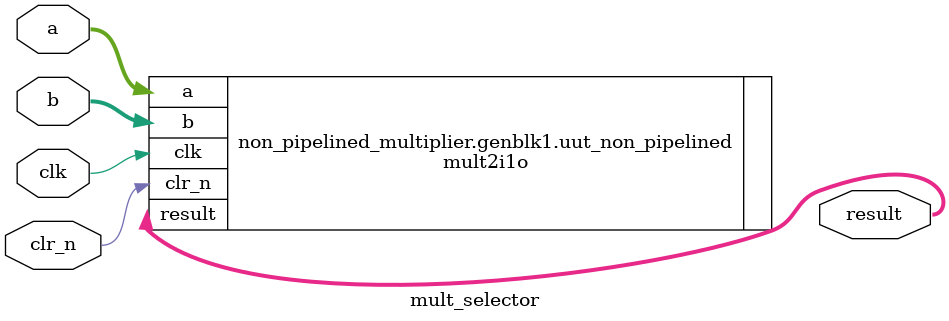
<source format=v>
`include "mult2i1o.v"
`include "mult2i1o_pipelined.v"

module mult_selector
#(
	parameter integer WIDTH = 8,
	parameter integer PIPELINED = 0,
	parameter integer GENERATE_PROCEDURALS = 0
)
(
	input clk, clr_n,
	input [WIDTH-1:0] a,
	input [WIDTH-1:0] b,
	output [(WIDTH*2)-1:0] result
);

// Generate variables that might be required in the next generate statement
generate
	if (GENERATE_PROCEDURALS == 1)
		if (PIPELINED == 0)
			begin
				reg [WIDTH-1:0] atemp, btemp;
			end
		else
			begin
				reg [WIDTH-1:0] atemp, btemp;
				reg [(WIDTH*2)-1:0] abtemp;
			end
endgenerate

// Generate the correct multiplier
generate
	if (PIPELINED == 1)
		begin: pipelined_multiplier
			if (GENERATE_PROCEDURALS == 0)
				mult2i1o_pipelined #(.WIDTH(WIDTH))
					uut_pipelined (.clk(clk), .clr_n(clr_n), .a(a), .b(b), .result(result));
			else
				always @ (posedge clk or negedge clr_n)
					begin
						if (!clr_n) begin
							atemp <= 0;
							btemp <= 0;
							abtemp <= 0;
							result <= 0;
						end
						else begin
							atemp <= a;
							btemp <= b;
							abtemp <= atemp * btemp;
							result <= abtemp;
						end
					end
		end
	else
		begin: non_pipelined_multiplier
			if (GENERATE_PROCEDURALS == 0)
				mult2i1o #(.WIDTH(WIDTH))
					uut_non_pipelined (.clk(clk), .clr_n(clr_n), .a(a), .b(b), .result(result));
			else
				always @ (posedge clk or negedge clr_n)
					begin
						if (!clr_n) begin
							atemp <= 0;
							btemp <= 0;
							result <= 0;
						end
						else begin
							atemp <= a;
							btemp <= b;
							result <= atemp * btemp;
						end
					end
		end
endgenerate

endmodule

</source>
